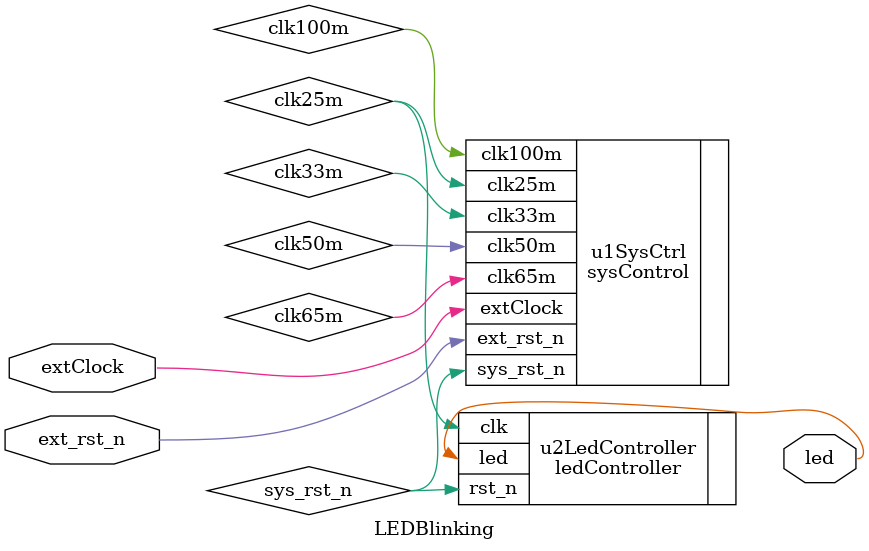
<source format=v>
module LEDBlinking(
		input 	extClock,
		input 	ext_rst_n,
		output 	led
);

wire	sys_rst_n;
wire	clk25m;
wire	clk33m;
wire	clk50m;
wire	clk65m;
wire	clk100m;

sysControl		u1SysCtrl(
		.extClock	(extClock),
		.ext_rst_n	(ext_rst_n),
		.sys_rst_n	(sys_rst_n),
		.clk25m		(clk25m),
		.clk33m		(clk33m),
		.clk50m		(clk50m),
		.clk65m		(clk65m),
		.clk100m		(clk100m)
		);

ledController		u2LedController(
		.clk		(clk25m),
		.rst_n	(sys_rst_n),
		.led		(led)		
		);
		
endmodule


		
</source>
